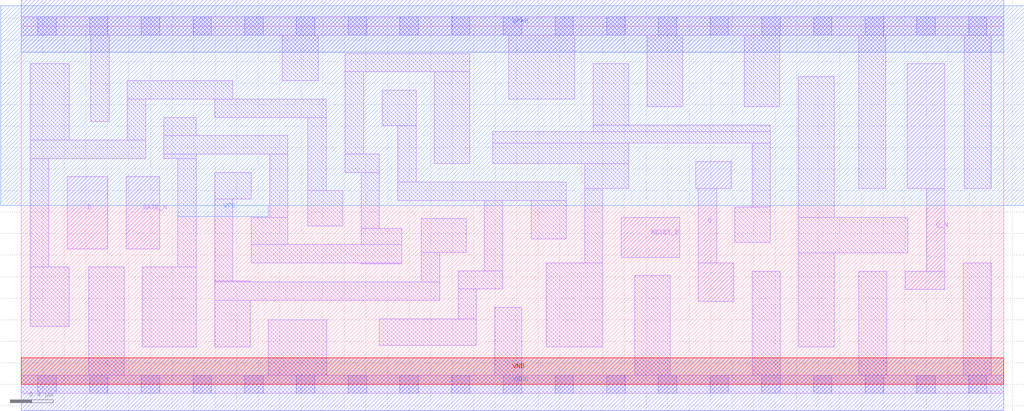
<source format=lef>
# Copyright 2020 The SkyWater PDK Authors
#
# Licensed under the Apache License, Version 2.0 (the "License");
# you may not use this file except in compliance with the License.
# You may obtain a copy of the License at
#
#     https://www.apache.org/licenses/LICENSE-2.0
#
# Unless required by applicable law or agreed to in writing, software
# distributed under the License is distributed on an "AS IS" BASIS,
# WITHOUT WARRANTIES OR CONDITIONS OF ANY KIND, either express or implied.
# See the License for the specific language governing permissions and
# limitations under the License.
#
# SPDX-License-Identifier: Apache-2.0

VERSION 5.7 ;
  NOWIREEXTENSIONATPIN ON ;
  DIVIDERCHAR "/" ;
  BUSBITCHARS "[]" ;
MACRO sky130_fd_sc_ls__dlrbn_2
  CLASS CORE ;
  FOREIGN sky130_fd_sc_ls__dlrbn_2 ;
  ORIGIN  0.000000  0.000000 ;
  SIZE  9.120000 BY  3.330000 ;
  SYMMETRY X Y ;
  SITE unit ;
  PIN D
    ANTENNAGATEAREA  0.208500 ;
    DIRECTION INPUT ;
    USE SIGNAL ;
    PORT
      LAYER li1 ;
        RECT 0.425000 1.260000 0.805000 1.930000 ;
    END
  END D
  PIN Q
    ANTENNADIFFAREA  0.543200 ;
    DIRECTION OUTPUT ;
    USE SIGNAL ;
    PORT
      LAYER li1 ;
        RECT 6.260000 1.820000 6.590000 2.070000 ;
        RECT 6.285000 0.770000 6.615000 1.130000 ;
        RECT 6.285000 1.130000 6.455000 1.820000 ;
    END
  END Q
  PIN Q_N
    ANTENNADIFFAREA  0.572800 ;
    DIRECTION OUTPUT ;
    USE SIGNAL ;
    PORT
      LAYER li1 ;
        RECT 8.205000 0.880000 8.575000 1.050000 ;
        RECT 8.225000 1.820000 8.575000 2.980000 ;
        RECT 8.405000 1.050000 8.575000 1.820000 ;
    END
  END Q_N
  PIN RESET_B
    ANTENNAGATEAREA  0.279000 ;
    DIRECTION INPUT ;
    USE SIGNAL ;
    PORT
      LAYER li1 ;
        RECT 5.570000 1.180000 6.115000 1.550000 ;
    END
  END RESET_B
  PIN VNB
    PORT
      LAYER pwell ;
        RECT 0.000000 0.000000 9.120000 0.245000 ;
    END
  END VNB
  PIN VPB
    PORT
      LAYER nwell ;
        RECT -0.190000 1.660000 9.310000 3.520000 ;
        RECT  1.455000 1.560000 2.295000 1.660000 ;
    END
  END VPB
  PIN GATE_N
    ANTENNAGATEAREA  0.237000 ;
    DIRECTION INPUT ;
    USE CLOCK ;
    PORT
      LAYER li1 ;
        RECT 0.975000 1.260000 1.285000 1.930000 ;
    END
  END GATE_N
  PIN VGND
    DIRECTION INOUT ;
    SHAPE ABUTMENT ;
    USE GROUND ;
    PORT
      LAYER met1 ;
        RECT 0.000000 -0.245000 9.120000 0.245000 ;
    END
  END VGND
  PIN VPWR
    DIRECTION INOUT ;
    SHAPE ABUTMENT ;
    USE POWER ;
    PORT
      LAYER met1 ;
        RECT 0.000000 3.085000 9.120000 3.575000 ;
    END
  END VPWR
  OBS
    LAYER li1 ;
      RECT 0.000000 -0.085000 9.120000 0.085000 ;
      RECT 0.000000  3.245000 9.120000 3.415000 ;
      RECT 0.085000  0.540000 0.445000 1.090000 ;
      RECT 0.085000  1.090000 0.255000 2.100000 ;
      RECT 0.085000  2.100000 1.155000 2.270000 ;
      RECT 0.085000  2.270000 0.445000 2.980000 ;
      RECT 0.625000  0.085000 0.955000 1.090000 ;
      RECT 0.645000  2.440000 0.815000 3.245000 ;
      RECT 0.985000  2.270000 1.155000 2.650000 ;
      RECT 0.985000  2.650000 1.965000 2.820000 ;
      RECT 1.125000  0.350000 1.625000 1.090000 ;
      RECT 1.325000  2.100000 1.625000 2.140000 ;
      RECT 1.325000  2.140000 2.475000 2.310000 ;
      RECT 1.325000  2.310000 1.625000 2.480000 ;
      RECT 1.455000  1.090000 1.625000 2.100000 ;
      RECT 1.795000  0.350000 2.125000 0.780000 ;
      RECT 1.795000  0.780000 3.885000 0.950000 ;
      RECT 1.795000  0.950000 2.125000 0.960000 ;
      RECT 1.795000  0.960000 1.965000 1.720000 ;
      RECT 1.795000  1.720000 2.135000 1.970000 ;
      RECT 1.795000  2.480000 2.830000 2.650000 ;
      RECT 2.135000  1.130000 3.530000 1.300000 ;
      RECT 2.135000  1.300000 2.475000 1.550000 ;
      RECT 2.295000  0.085000 2.835000 0.600000 ;
      RECT 2.305000  1.550000 2.475000 2.140000 ;
      RECT 2.425000  2.820000 2.755000 3.245000 ;
      RECT 2.660000  1.470000 2.985000 1.800000 ;
      RECT 2.660000  1.800000 2.830000 2.480000 ;
      RECT 3.010000  1.970000 3.325000 2.140000 ;
      RECT 3.010000  2.140000 3.180000 2.905000 ;
      RECT 3.010000  2.905000 4.165000 3.075000 ;
      RECT 3.155000  1.120000 3.530000 1.130000 ;
      RECT 3.155000  1.300000 3.530000 1.450000 ;
      RECT 3.155000  1.450000 3.325000 1.970000 ;
      RECT 3.325000  0.360000 4.225000 0.610000 ;
      RECT 3.350000  2.405000 3.665000 2.735000 ;
      RECT 3.495000  1.710000 5.060000 1.880000 ;
      RECT 3.495000  1.880000 3.665000 2.405000 ;
      RECT 3.715000  0.950000 3.885000 1.225000 ;
      RECT 3.715000  1.225000 4.130000 1.540000 ;
      RECT 3.835000  2.050000 4.165000 2.905000 ;
      RECT 4.055000  0.610000 4.225000 0.885000 ;
      RECT 4.055000  0.885000 4.470000 1.055000 ;
      RECT 4.300000  1.055000 4.470000 1.710000 ;
      RECT 4.375000  2.050000 5.640000 2.240000 ;
      RECT 4.375000  2.240000 6.955000 2.350000 ;
      RECT 4.395000  0.085000 4.645000 0.715000 ;
      RECT 4.525000  2.650000 5.140000 3.245000 ;
      RECT 4.735000  1.350000 5.060000 1.710000 ;
      RECT 4.875000  0.350000 5.400000 1.130000 ;
      RECT 5.230000  1.130000 5.400000 1.820000 ;
      RECT 5.230000  1.820000 5.640000 2.050000 ;
      RECT 5.310000  2.350000 6.955000 2.410000 ;
      RECT 5.310000  2.410000 5.640000 2.980000 ;
      RECT 5.695000  0.085000 6.025000 1.010000 ;
      RECT 5.810000  2.580000 6.140000 3.245000 ;
      RECT 6.625000  1.320000 6.955000 1.650000 ;
      RECT 6.710000  2.580000 7.040000 3.245000 ;
      RECT 6.785000  0.085000 7.045000 1.050000 ;
      RECT 6.785000  1.650000 6.955000 2.240000 ;
      RECT 7.215000  0.350000 7.545000 1.220000 ;
      RECT 7.215000  1.220000 8.230000 1.550000 ;
      RECT 7.215000  1.550000 7.545000 2.860000 ;
      RECT 7.775000  0.085000 8.035000 1.050000 ;
      RECT 7.775000  1.820000 8.025000 3.245000 ;
      RECT 8.745000  0.085000 9.005000 1.130000 ;
      RECT 8.755000  1.820000 9.005000 3.245000 ;
    LAYER mcon ;
      RECT 0.155000 -0.085000 0.325000 0.085000 ;
      RECT 0.155000  3.245000 0.325000 3.415000 ;
      RECT 0.635000 -0.085000 0.805000 0.085000 ;
      RECT 0.635000  3.245000 0.805000 3.415000 ;
      RECT 1.115000 -0.085000 1.285000 0.085000 ;
      RECT 1.115000  3.245000 1.285000 3.415000 ;
      RECT 1.595000 -0.085000 1.765000 0.085000 ;
      RECT 1.595000  3.245000 1.765000 3.415000 ;
      RECT 2.075000 -0.085000 2.245000 0.085000 ;
      RECT 2.075000  3.245000 2.245000 3.415000 ;
      RECT 2.555000 -0.085000 2.725000 0.085000 ;
      RECT 2.555000  3.245000 2.725000 3.415000 ;
      RECT 3.035000 -0.085000 3.205000 0.085000 ;
      RECT 3.035000  3.245000 3.205000 3.415000 ;
      RECT 3.515000 -0.085000 3.685000 0.085000 ;
      RECT 3.515000  3.245000 3.685000 3.415000 ;
      RECT 3.995000 -0.085000 4.165000 0.085000 ;
      RECT 3.995000  3.245000 4.165000 3.415000 ;
      RECT 4.475000 -0.085000 4.645000 0.085000 ;
      RECT 4.475000  3.245000 4.645000 3.415000 ;
      RECT 4.955000 -0.085000 5.125000 0.085000 ;
      RECT 4.955000  3.245000 5.125000 3.415000 ;
      RECT 5.435000 -0.085000 5.605000 0.085000 ;
      RECT 5.435000  3.245000 5.605000 3.415000 ;
      RECT 5.915000 -0.085000 6.085000 0.085000 ;
      RECT 5.915000  3.245000 6.085000 3.415000 ;
      RECT 6.395000 -0.085000 6.565000 0.085000 ;
      RECT 6.395000  3.245000 6.565000 3.415000 ;
      RECT 6.875000 -0.085000 7.045000 0.085000 ;
      RECT 6.875000  3.245000 7.045000 3.415000 ;
      RECT 7.355000 -0.085000 7.525000 0.085000 ;
      RECT 7.355000  3.245000 7.525000 3.415000 ;
      RECT 7.835000 -0.085000 8.005000 0.085000 ;
      RECT 7.835000  3.245000 8.005000 3.415000 ;
      RECT 8.315000 -0.085000 8.485000 0.085000 ;
      RECT 8.315000  3.245000 8.485000 3.415000 ;
      RECT 8.795000 -0.085000 8.965000 0.085000 ;
      RECT 8.795000  3.245000 8.965000 3.415000 ;
  END
END sky130_fd_sc_ls__dlrbn_2
END LIBRARY

</source>
